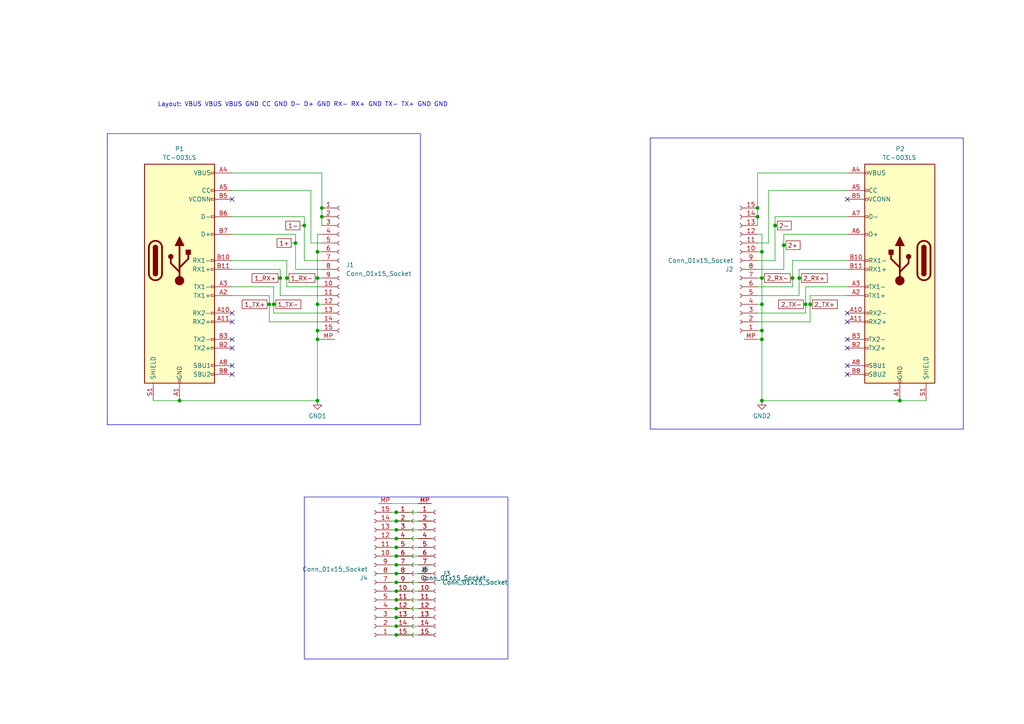
<source format=kicad_sch>
(kicad_sch (version 20230121) (generator eeschema)
  (paper "A4")
  (lib_symbols
    (symbol "Conn_01x15_Socket_1" (pin_names (offset 1.016) hide)
      (property "Reference" "J2" (at 1.905 0 0))
      (property "Value" "Conn_01x15_Socket" (at 1.905 -2.54 0))
      (symbol "Conn_01x15_Socket_1_1_1"
        (arc (start 0 -17.272) (mid -0.5058 -17.78) (end 0 -18.288) (stroke (width 0.1524)))
        (arc (start 0 -14.732) (mid -0.5058 -15.24) (end 0 -15.748) (stroke (width 0.1524)))
        (arc (start 0 -12.192) (mid -0.5058 -12.7) (end 0 -13.208) (stroke (width 0.1524)))
        (arc (start 0 -9.652) (mid -0.5058 -10.16) (end 0 -10.668) (stroke (width 0.1524)))
        (arc (start 0 -7.112) (mid -0.5058 -7.62) (end 0 -8.128) (stroke (width 0.1524)))
        (arc (start 0 -4.572) (mid -0.5058 -5.08) (end 0 -5.588) (stroke (width 0.1524)))
        (arc (start 0 -2.032) (mid -0.5058 -2.54) (end 0 -3.048) (stroke (width 0.1524)))
        (polyline (pts (xy -1.27 -17.78) (xy -0.508 -17.78)) (stroke (width 0.1524)))
        (polyline (pts (xy -1.27 -15.24) (xy -0.508 -15.24)) (stroke (width 0.1524)))
        (polyline (pts (xy -1.27 -12.7) (xy -0.508 -12.7)) (stroke (width 0.1524)))
        (polyline (pts (xy -1.27 -10.16) (xy -0.508 -10.16)) (stroke (width 0.1524)))
        (polyline (pts (xy -1.27 -7.62) (xy -0.508 -7.62)) (stroke (width 0.1524)))
        (polyline (pts (xy -1.27 -5.08) (xy -0.508 -5.08)) (stroke (width 0.1524)))
        (polyline (pts (xy -1.27 -2.54) (xy -0.508 -2.54)) (stroke (width 0.1524)))
        (polyline (pts (xy -1.27 0) (xy -0.508 0)) (stroke (width 0.1524)))
        (polyline (pts (xy -1.27 2.54) (xy -0.508 2.54)) (stroke (width 0.1524)))
        (polyline (pts (xy -1.27 5.08) (xy -0.508 5.08)) (stroke (width 0.1524)))
        (polyline (pts (xy -1.27 7.62) (xy -0.508 7.62)) (stroke (width 0.1524)))
        (polyline (pts (xy -1.27 10.16) (xy -0.508 10.16)) (stroke (width 0.1524)))
        (polyline (pts (xy -1.27 12.7) (xy -0.508 12.7)) (stroke (width 0.1524)))
        (polyline (pts (xy -1.27 15.24) (xy -0.508 15.24)) (stroke (width 0.1524)))
        (polyline (pts (xy -1.27 17.78) (xy -0.508 17.78)) (stroke (width 0.1524)))
        (arc (start 0 0.508) (mid -0.5058 0) (end 0 -0.508) (stroke (width 0.1524)))
        (arc (start 0 3.048) (mid -0.5058 2.54) (end 0 2.032) (stroke (width 0.1524)))
        (arc (start 0 5.588) (mid -0.5058 5.08) (end 0 4.572) (stroke (width 0.1524)))
        (arc (start 0 8.128) (mid -0.5058 7.62) (end 0 7.112) (stroke (width 0.1524)))
        (arc (start 0 10.668) (mid -0.5058 10.16) (end 0 9.652) (stroke (width 0.1524)))
        (arc (start 0 13.208) (mid -0.5058 12.7) (end 0 12.192) (stroke (width 0.1524)))
        (arc (start 0 15.748) (mid -0.5058 15.24) (end 0 14.732) (stroke (width 0.1524)))
        (arc (start 0 18.288) (mid -0.5058 17.78) (end 0 17.272) (stroke (width 0.1524)))
        (pin passive line (at -5.08 17.78 0) (length 3.81) (name "Pin_1") (number "1"))
        (pin passive line (at -5.08 -5.08 0) (length 3.81) (name "Pin_10") (number "10"))
        (pin passive line (at -5.08 -7.62 0) (length 3.81) (name "Pin_11") (number "11"))
        (pin passive line (at -5.08 -10.16 0) (length 3.81) (name "Pin_12") (number "12"))
        (pin passive line (at -5.08 -12.7 0) (length 3.81) (name "Pin_13") (number "13"))
        (pin passive line (at -5.08 -15.24 0) (length 3.81) (name "Pin_14") (number "14"))
        (pin passive line (at -5.08 -17.78 0) (length 3.81) (name "Pin_15") (number "15"))
        (pin passive line (at -5.08 15.24 0) (length 3.81) (name "Pin_2") (number "2"))
        (pin passive line (at -5.08 12.7 0) (length 3.81) (name "Pin_3") (number "3"))
        (pin passive line (at -5.08 10.16 0) (length 3.81) (name "Pin_4") (number "4"))
        (pin passive line (at -5.08 7.62 0) (length 3.81) (name "Pin_5") (number "5"))
        (pin passive line (at -5.08 5.08 0) (length 3.81) (name "Pin_6") (number "6"))
        (pin passive line (at -5.08 2.54 0) (length 3.81) (name "Pin_7") (number "7"))
        (pin passive line (at -5.08 0 0) (length 3.81) (name "Pin_8") (number "8"))
        (pin passive line (at -5.08 -2.54 0) (length 3.81) (name "Pin_9") (number "9"))
        (pin passive line (at -5.08 20.32 0) (length 3.81) (name "MP") (number "MP"))
      )
    )
    (symbol "Conn_01x15_Socket_2" (pin_names (offset 1.016) hide)
      (property "Reference" "J1" (at 1.905 1.27 0))
      (property "Value" "Conn_01x15_Socket" (at 1.905 -1.27 0))
      (symbol "Conn_01x15_Socket_2_1_1"
        (arc (start 0 -17.272) (mid -0.5058 -17.78) (end 0 -18.288) (stroke (width 0.1524)))
        (arc (start 0 -14.732) (mid -0.5058 -15.24) (end 0 -15.748) (stroke (width 0.1524)))
        (arc (start 0 -12.192) (mid -0.5058 -12.7) (end 0 -13.208) (stroke (width 0.1524)))
        (arc (start 0 -9.652) (mid -0.5058 -10.16) (end 0 -10.668) (stroke (width 0.1524)))
        (arc (start 0 -7.112) (mid -0.5058 -7.62) (end 0 -8.128) (stroke (width 0.1524)))
        (arc (start 0 -4.572) (mid -0.5058 -5.08) (end 0 -5.588) (stroke (width 0.1524)))
        (arc (start 0 -2.032) (mid -0.5058 -2.54) (end 0 -3.048) (stroke (width 0.1524)))
        (polyline (pts (xy -1.27 -17.78) (xy -0.508 -17.78)) (stroke (width 0.1524)))
        (polyline (pts (xy -1.27 -15.24) (xy -0.508 -15.24)) (stroke (width 0.1524)))
        (polyline (pts (xy -1.27 -12.7) (xy -0.508 -12.7)) (stroke (width 0.1524)))
        (polyline (pts (xy -1.27 -10.16) (xy -0.508 -10.16)) (stroke (width 0.1524)))
        (polyline (pts (xy -1.27 -7.62) (xy -0.508 -7.62)) (stroke (width 0.1524)))
        (polyline (pts (xy -1.27 -5.08) (xy -0.508 -5.08)) (stroke (width 0.1524)))
        (polyline (pts (xy -1.27 -2.54) (xy -0.508 -2.54)) (stroke (width 0.1524)))
        (polyline (pts (xy -1.27 0) (xy -0.508 0)) (stroke (width 0.1524)))
        (polyline (pts (xy -1.27 2.54) (xy -0.508 2.54)) (stroke (width 0.1524)))
        (polyline (pts (xy -1.27 5.08) (xy -0.508 5.08)) (stroke (width 0.1524)))
        (polyline (pts (xy -1.27 7.62) (xy -0.508 7.62)) (stroke (width 0.1524)))
        (polyline (pts (xy -1.27 10.16) (xy -0.508 10.16)) (stroke (width 0.1524)))
        (polyline (pts (xy -1.27 12.7) (xy -0.508 12.7)) (stroke (width 0.1524)))
        (polyline (pts (xy -1.27 15.24) (xy -0.508 15.24)) (stroke (width 0.1524)))
        (polyline (pts (xy -1.27 17.78) (xy -0.508 17.78)) (stroke (width 0.1524)))
        (arc (start 0 0.508) (mid -0.5058 0) (end 0 -0.508) (stroke (width 0.1524)))
        (arc (start 0 3.048) (mid -0.5058 2.54) (end 0 2.032) (stroke (width 0.1524)))
        (arc (start 0 5.588) (mid -0.5058 5.08) (end 0 4.572) (stroke (width 0.1524)))
        (arc (start 0 8.128) (mid -0.5058 7.62) (end 0 7.112) (stroke (width 0.1524)))
        (arc (start 0 10.668) (mid -0.5058 10.16) (end 0 9.652) (stroke (width 0.1524)))
        (arc (start 0 13.208) (mid -0.5058 12.7) (end 0 12.192) (stroke (width 0.1524)))
        (arc (start 0 15.748) (mid -0.5058 15.24) (end 0 14.732) (stroke (width 0.1524)))
        (arc (start 0 18.288) (mid -0.5058 17.78) (end 0 17.272) (stroke (width 0.1524)))
        (pin passive line (at -5.08 17.78 0) (length 3.81) (name "Pin_1") (number "1"))
        (pin passive line (at -5.08 -5.08 0) (length 3.81) (name "Pin_10") (number "10"))
        (pin passive line (at -5.08 -7.62 0) (length 3.81) (name "Pin_11") (number "11"))
        (pin passive line (at -5.08 -10.16 0) (length 3.81) (name "Pin_12") (number "12"))
        (pin passive line (at -5.08 -12.7 0) (length 3.81) (name "Pin_13") (number "13"))
        (pin passive line (at -5.08 -15.24 0) (length 3.81) (name "Pin_14") (number "14"))
        (pin passive line (at -5.08 -17.78 0) (length 3.81) (name "Pin_15") (number "15"))
        (pin passive line (at -5.08 15.24 0) (length 3.81) (name "Pin_2") (number "2"))
        (pin passive line (at -5.08 12.7 0) (length 3.81) (name "Pin_3") (number "3"))
        (pin passive line (at -5.08 10.16 0) (length 3.81) (name "Pin_4") (number "4"))
        (pin passive line (at -5.08 7.62 0) (length 3.81) (name "Pin_5") (number "5"))
        (pin passive line (at -5.08 5.08 0) (length 3.81) (name "Pin_6") (number "6"))
        (pin passive line (at -5.08 2.54 0) (length 3.81) (name "Pin_7") (number "7"))
        (pin passive line (at -5.08 0 0) (length 3.81) (name "Pin_8") (number "8"))
        (pin passive line (at -5.08 -2.54 0) (length 3.81) (name "Pin_9") (number "9"))
        (pin passive line (at -5.08 -20.32 0) (length 3.81) (name "MP") (number "MP"))
      )
    )
    (symbol "Connector:Conn_01x15_Socket" (pin_names (offset 1.016) hide)
      (property "Reference" "J" (at 0 20.32 0))
      (property "Value" "Conn_01x15_Socket" (at 0 -20.32 0))
      (symbol "Conn_01x15_Socket_1_1"
        (arc (start 0 -17.272) (mid -0.5058 -17.78) (end 0 -18.288) (stroke (width 0.1524)))
        (arc (start 0 -14.732) (mid -0.5058 -15.24) (end 0 -15.748) (stroke (width 0.1524)))
        (arc (start 0 -12.192) (mid -0.5058 -12.7) (end 0 -13.208) (stroke (width 0.1524)))
        (arc (start 0 -9.652) (mid -0.5058 -10.16) (end 0 -10.668) (stroke (width 0.1524)))
        (arc (start 0 -7.112) (mid -0.5058 -7.62) (end 0 -8.128) (stroke (width 0.1524)))
        (arc (start 0 -4.572) (mid -0.5058 -5.08) (end 0 -5.588) (stroke (width 0.1524)))
        (arc (start 0 -2.032) (mid -0.5058 -2.54) (end 0 -3.048) (stroke (width 0.1524)))
        (polyline (pts (xy -1.27 -17.78) (xy -0.508 -17.78)) (stroke (width 0.1524)))
        (polyline (pts (xy -1.27 -15.24) (xy -0.508 -15.24)) (stroke (width 0.1524)))
        (polyline (pts (xy -1.27 -12.7) (xy -0.508 -12.7)) (stroke (width 0.1524)))
        (polyline (pts (xy -1.27 -10.16) (xy -0.508 -10.16)) (stroke (width 0.1524)))
        (polyline (pts (xy -1.27 -7.62) (xy -0.508 -7.62)) (stroke (width 0.1524)))
        (polyline (pts (xy -1.27 -5.08) (xy -0.508 -5.08)) (stroke (width 0.1524)))
        (polyline (pts (xy -1.27 -2.54) (xy -0.508 -2.54)) (stroke (width 0.1524)))
        (polyline (pts (xy -1.27 0) (xy -0.508 0)) (stroke (width 0.1524)))
        (polyline (pts (xy -1.27 2.54) (xy -0.508 2.54)) (stroke (width 0.1524)))
        (polyline (pts (xy -1.27 5.08) (xy -0.508 5.08)) (stroke (width 0.1524)))
        (polyline (pts (xy -1.27 7.62) (xy -0.508 7.62)) (stroke (width 0.1524)))
        (polyline (pts (xy -1.27 10.16) (xy -0.508 10.16)) (stroke (width 0.1524)))
        (polyline (pts (xy -1.27 12.7) (xy -0.508 12.7)) (stroke (width 0.1524)))
        (polyline (pts (xy -1.27 15.24) (xy -0.508 15.24)) (stroke (width 0.1524)))
        (polyline (pts (xy -1.27 17.78) (xy -0.508 17.78)) (stroke (width 0.1524)))
        (arc (start 0 0.508) (mid -0.5058 0) (end 0 -0.508) (stroke (width 0.1524)))
        (arc (start 0 3.048) (mid -0.5058 2.54) (end 0 2.032) (stroke (width 0.1524)))
        (arc (start 0 5.588) (mid -0.5058 5.08) (end 0 4.572) (stroke (width 0.1524)))
        (arc (start 0 8.128) (mid -0.5058 7.62) (end 0 7.112) (stroke (width 0.1524)))
        (arc (start 0 10.668) (mid -0.5058 10.16) (end 0 9.652) (stroke (width 0.1524)))
        (arc (start 0 13.208) (mid -0.5058 12.7) (end 0 12.192) (stroke (width 0.1524)))
        (arc (start 0 15.748) (mid -0.5058 15.24) (end 0 14.732) (stroke (width 0.1524)))
        (arc (start 0 18.288) (mid -0.5058 17.78) (end 0 17.272) (stroke (width 0.1524)))
        (pin passive line (at -5.08 17.78 0) (length 3.81) (name "Pin_1") (number "1"))
        (pin passive line (at -5.08 -5.08 0) (length 3.81) (name "Pin_10") (number "10"))
        (pin passive line (at -5.08 -7.62 0) (length 3.81) (name "Pin_11") (number "11"))
        (pin passive line (at -5.08 -10.16 0) (length 3.81) (name "Pin_12") (number "12"))
        (pin passive line (at -5.08 -12.7 0) (length 3.81) (name "Pin_13") (number "13"))
        (pin passive line (at -5.08 -15.24 0) (length 3.81) (name "Pin_14") (number "14"))
        (pin passive line (at -5.08 -17.78 0) (length 3.81) (name "Pin_15") (number "15"))
        (pin passive line (at -5.08 15.24 0) (length 3.81) (name "Pin_2") (number "2"))
        (pin passive line (at -5.08 12.7 0) (length 3.81) (name "Pin_3") (number "3"))
        (pin passive line (at -5.08 10.16 0) (length 3.81) (name "Pin_4") (number "4"))
        (pin passive line (at -5.08 7.62 0) (length 3.81) (name "Pin_5") (number "5"))
        (pin passive line (at -5.08 5.08 0) (length 3.81) (name "Pin_6") (number "6"))
        (pin passive line (at -5.08 2.54 0) (length 3.81) (name "Pin_7") (number "7"))
        (pin passive line (at -5.08 0 0) (length 3.81) (name "Pin_8") (number "8"))
        (pin passive line (at -5.08 -2.54 0) (length 3.81) (name "Pin_9") (number "9"))
      )
    )
    (symbol "Connector:USB_C_Plug" (pin_names (offset 1.016))
      (property "Reference" "P" (at -10.16 29.21 0))
      (property "Value" "USB_C_Plug" (at 10.16 29.21 0))
      (symbol "USB_C_Plug_0_0"
        (rectangle (start -0.254 -35.56) (end 0.254 -34.544))
        (rectangle (start 10.16 -32.766) (end 9.144 -33.274))
        (rectangle (start 10.16 -30.226) (end 9.144 -30.734))
        (rectangle (start 10.16 -25.146) (end 9.144 -25.654))
        (rectangle (start 10.16 -22.606) (end 9.144 -23.114))
        (rectangle (start 10.16 -17.526) (end 9.144 -18.034))
        (rectangle (start 10.16 -14.986) (end 9.144 -15.494))
        (rectangle (start 10.16 -9.906) (end 9.144 -10.414))
        (rectangle (start 10.16 -7.366) (end 9.144 -7.874))
        (rectangle (start 10.16 -2.286) (end 9.144 -2.794))
        (rectangle (start 10.16 0.254) (end 9.144 -0.254))
        (rectangle (start 10.16 7.874) (end 9.144 7.366))
        (rectangle (start 10.16 12.954) (end 9.144 12.446))
        (rectangle (start 10.16 18.034) (end 9.144 17.526))
        (rectangle (start 10.16 20.574) (end 9.144 20.066))
        (rectangle (start 10.16 25.654) (end 9.144 25.146))
      )
      (symbol "USB_C_Plug_0_1"
        (rectangle (start -10.16 27.94) (end 10.16 -35.56) (stroke (width 0.254)) (fill (type background)))
        (arc (start -8.89 -3.81) (mid -6.985 -5.7067) (end -5.08 -3.81) (stroke (width 0.508)))
        (arc (start -7.62 -3.81) (mid -6.985 -4.4423) (end -6.35 -3.81) (stroke (width 0.254)))
        (arc (start -7.62 -3.81) (mid -6.985 -4.4423) (end -6.35 -3.81) (stroke (width 0.254)) (fill (type outline)))
        (rectangle (start -7.62 -3.81) (end -6.35 3.81) (stroke (width 0.254)) (fill (type outline)))
        (arc (start -6.35 3.81) (mid -6.985 4.4423) (end -7.62 3.81) (stroke (width 0.254)))
        (arc (start -6.35 3.81) (mid -6.985 4.4423) (end -7.62 3.81) (stroke (width 0.254)) (fill (type outline)))
        (arc (start -5.08 3.81) (mid -6.985 5.7067) (end -8.89 3.81) (stroke (width 0.508)))
        (polyline (pts (xy -8.89 -3.81) (xy -8.89 3.81)) (stroke (width 0.508)))
        (polyline (pts (xy -5.08 3.81) (xy -5.08 -3.81)) (stroke (width 0.508)))
      )
      (symbol "USB_C_Plug_1_1"
        (circle (center -2.54 1.143) (radius 0.635) (stroke (width 0.254)) (fill (type outline)))
        (circle (center 0 -5.842) (radius 1.27) (fill (type outline)))
        (polyline (pts (xy 0 -5.842) (xy 0 4.318)) (stroke (width 0.508)))
        (polyline (pts (xy 0 -3.302) (xy -2.54 -0.762) (xy -2.54 0.508)) (stroke (width 0.508)))
        (polyline (pts (xy 0 -2.032) (xy 2.54 0.508) (xy 2.54 1.778)) (stroke (width 0.508)))
        (polyline (pts (xy -1.27 4.318) (xy 0 6.858) (xy 1.27 4.318) (xy -1.27 4.318)) (stroke (width 0.254)) (fill (type outline)))
        (rectangle (start 1.905 1.778) (end 3.175 3.048) (stroke (width 0.254)) (fill (type outline)))
        (pin passive line (at 0 -40.64 90) (length 5.08) (name "GND") (number "A1"))
        (pin bidirectional line (at 15.24 -15.24 180) (length 5.08) (name "RX2-") (number "A10"))
        (pin bidirectional line (at 15.24 -17.78 180) (length 5.08) (name "RX2+") (number "A11"))
        (pin passive line (at 0 -40.64 90) (length 5.08) hide (name "GND") (number "A12"))
        (pin bidirectional line (at 15.24 -10.16 180) (length 5.08) (name "TX1+") (number "A2"))
        (pin bidirectional line (at 15.24 -7.62 180) (length 5.08) (name "TX1-") (number "A3"))
        (pin passive line (at 15.24 25.4 180) (length 5.08) (name "VBUS") (number "A4"))
        (pin bidirectional line (at 15.24 20.32 180) (length 5.08) (name "CC") (number "A5"))
        (pin bidirectional line (at 15.24 7.62 180) (length 5.08) (name "D+") (number "A6"))
        (pin bidirectional line (at 15.24 12.7 180) (length 5.08) (name "D-") (number "A7"))
        (pin bidirectional line (at 15.24 -30.48 180) (length 5.08) (name "SBU1") (number "A8"))
        (pin passive line (at 15.24 25.4 180) (length 5.08) hide (name "VBUS") (number "A9"))
        (pin passive line (at 0 -40.64 90) (length 5.08) hide (name "GND") (number "B1"))
        (pin bidirectional line (at 15.24 0 180) (length 5.08) (name "RX1-") (number "B10"))
        (pin bidirectional line (at 15.24 -2.54 180) (length 5.08) (name "RX1+") (number "B11"))
        (pin passive line (at 0 -40.64 90) (length 5.08) hide (name "GND") (number "B12"))
        (pin bidirectional line (at 15.24 -25.4 180) (length 5.08) (name "TX2+") (number "B2"))
        (pin bidirectional line (at 15.24 -22.86 180) (length 5.08) (name "TX2-") (number "B3"))
        (pin passive line (at 15.24 25.4 180) (length 5.08) hide (name "VBUS") (number "B4"))
        (pin bidirectional line (at 15.24 17.78 180) (length 5.08) (name "VCONN") (number "B5"))
        (pin bidirectional line (at 15.24 -33.02 180) (length 5.08) (name "SBU2") (number "B8"))
        (pin passive line (at 15.24 25.4 180) (length 5.08) hide (name "VBUS") (number "B9"))
        (pin passive line (at -7.62 -40.64 90) (length 5.08) (name "SHIELD") (number "S1"))
      )
    )
    (symbol "USB_C_Plug_1" (pin_names (offset 1.016))
      (property "Reference" "P1" (at 0 32.385 0))
      (property "Value" "TC-003LS" (at 0 29.845 0))
      (symbol "USB_C_Plug_1_0_0"
        (rectangle (start -0.254 -35.56) (end 0.254 -34.544))
        (rectangle (start 10.16 -32.766) (end 9.144 -33.274))
        (rectangle (start 10.16 -30.226) (end 9.144 -30.734))
        (rectangle (start 10.16 -25.146) (end 9.144 -25.654))
        (rectangle (start 10.16 -22.606) (end 9.144 -23.114))
        (rectangle (start 10.16 -17.526) (end 9.144 -18.034))
        (rectangle (start 10.16 -14.986) (end 9.144 -15.494))
        (rectangle (start 10.16 -9.906) (end 9.144 -10.414))
        (rectangle (start 10.16 -7.366) (end 9.144 -7.874))
        (rectangle (start 10.16 -2.286) (end 9.144 -2.794))
        (rectangle (start 10.16 0.254) (end 9.144 -0.254))
        (rectangle (start 10.16 7.874) (end 9.144 7.366))
        (rectangle (start 10.16 12.954) (end 9.144 12.446))
        (rectangle (start 10.16 18.034) (end 9.144 17.526))
        (rectangle (start 10.16 20.574) (end 9.144 20.066))
        (rectangle (start 10.16 25.654) (end 9.144 25.146))
      )
      (symbol "USB_C_Plug_1_0_1"
        (rectangle (start -10.16 27.94) (end 10.16 -35.56) (stroke (width 0.254)) (fill (type background)))
        (arc (start -8.89 -3.81) (mid -6.985 -5.7067) (end -5.08 -3.81) (stroke (width 0.508)))
        (arc (start -7.62 -3.81) (mid -6.985 -4.4423) (end -6.35 -3.81) (stroke (width 0.254)))
        (arc (start -7.62 -3.81) (mid -6.985 -4.4423) (end -6.35 -3.81) (stroke (width 0.254)) (fill (type outline)))
        (rectangle (start -7.62 -3.81) (end -6.35 3.81) (stroke (width 0.254)) (fill (type outline)))
        (arc (start -6.35 3.81) (mid -6.985 4.4423) (end -7.62 3.81) (stroke (width 0.254)))
        (arc (start -6.35 3.81) (mid -6.985 4.4423) (end -7.62 3.81) (stroke (width 0.254)) (fill (type outline)))
        (arc (start -5.08 3.81) (mid -6.985 5.7067) (end -8.89 3.81) (stroke (width 0.508)))
        (polyline (pts (xy -8.89 -3.81) (xy -8.89 3.81)) (stroke (width 0.508)))
        (polyline (pts (xy -5.08 3.81) (xy -5.08 -3.81)) (stroke (width 0.508)))
      )
      (symbol "USB_C_Plug_1_1_1"
        (circle (center -2.54 1.143) (radius 0.635) (stroke (width 0.254)) (fill (type outline)))
        (circle (center 0 -5.842) (radius 1.27) (fill (type outline)))
        (polyline (pts (xy 0 -5.842) (xy 0 4.318)) (stroke (width 0.508)))
        (polyline (pts (xy 0 -3.302) (xy -2.54 -0.762) (xy -2.54 0.508)) (stroke (width 0.508)))
        (polyline (pts (xy 0 -2.032) (xy 2.54 0.508) (xy 2.54 1.778)) (stroke (width 0.508)))
        (polyline (pts (xy -1.27 4.318) (xy 0 6.858) (xy 1.27 4.318) (xy -1.27 4.318)) (stroke (width 0.254)) (fill (type outline)))
        (rectangle (start 1.905 1.778) (end 3.175 3.048) (stroke (width 0.254)) (fill (type outline)))
        (pin passive line (at 0 -40.64 90) (length 5.08) (name "GND") (number "A1"))
        (pin bidirectional line (at 15.24 -15.24 180) (length 5.08) (name "RX2-") (number "A10"))
        (pin bidirectional line (at 15.24 -17.78 180) (length 5.08) (name "RX2+") (number "A11"))
        (pin passive line (at 0 -40.64 90) (length 5.08) hide (name "GND") (number "A12"))
        (pin bidirectional line (at 15.24 -10.16 180) (length 5.08) (name "TX1+") (number "A2"))
        (pin bidirectional line (at 15.24 -7.62 180) (length 5.08) (name "TX1-") (number "A3"))
        (pin passive line (at 15.24 25.4 180) (length 5.08) (name "VBUS") (number "A4"))
        (pin bidirectional line (at 15.24 20.32 180) (length 5.08) (name "CC") (number "A5"))
        (pin bidirectional line (at 15.24 -30.48 180) (length 5.08) (name "SBU1") (number "A8"))
        (pin passive line (at 15.24 25.4 180) (length 5.08) hide (name "VBUS") (number "A9"))
        (pin passive line (at 0 -40.64 90) (length 5.08) hide (name "GND") (number "B1"))
        (pin bidirectional line (at 15.24 0 180) (length 5.08) (name "RX1-") (number "B10"))
        (pin bidirectional line (at 15.24 -2.54 180) (length 5.08) (name "RX1+") (number "B11"))
        (pin passive line (at 0 -40.64 90) (length 5.08) hide (name "GND") (number "B12"))
        (pin bidirectional line (at 15.24 -25.4 180) (length 5.08) (name "TX2+") (number "B2"))
        (pin bidirectional line (at 15.24 -22.86 180) (length 5.08) (name "TX2-") (number "B3"))
        (pin passive line (at 15.24 25.4 180) (length 5.08) hide (name "VBUS") (number "B4"))
        (pin bidirectional line (at 15.24 17.78 180) (length 5.08) (name "VCONN") (number "B5"))
        (pin bidirectional line (at 15.24 12.7 180) (length 5.08) (name "D-") (number "B6"))
        (pin bidirectional line (at 15.24 7.62 180) (length 5.08) (name "D+") (number "B7"))
        (pin bidirectional line (at 15.24 -33.02 180) (length 5.08) (name "SBU2") (number "B8"))
        (pin passive line (at 15.24 25.4 180) (length 5.08) hide (name "VBUS") (number "B9"))
        (pin passive line (at -7.62 -40.64 90) (length 5.08) (name "SHIELD") (number "S1"))
      )
    )
    (symbol "power:GND1" (power) (pin_names (offset 0))
      (property "Value" "GND1" (at 0 -3.81 0))
      (symbol "GND1_0_1"
        (polyline (pts (xy 0 0) (xy 0 -1.27) (xy 1.27 -1.27) (xy 0 -2.54) (xy -1.27 -1.27) (xy 0 -1.27)))
      )
      (symbol "GND1_1_1"
        (pin power_in line (at 0 0 270) (length 0) hide (name "GND1") (number "1"))
      )
    )
    (symbol "power:GND2" (power) (pin_names (offset 0))
      (property "Value" "GND2" (at 0 -3.81 0))
      (symbol "GND2_0_1"
        (polyline (pts (xy 0 0) (xy 0 -1.27) (xy 1.27 -1.27) (xy 0 -2.54) (xy -1.27 -1.27) (xy 0 -1.27)))
      )
      (symbol "GND2_1_1"
        (pin power_in line (at 0 0 270) (length 0) hide (name "GND2") (number "1"))
      )
    )
  )
  (junction (at 220.98 80.645))
  (junction (at 114.935 173.99))
  (junction (at 114.935 151.13))
  (junction (at 220.98 88.265))
  (junction (at 92.075 95.885))
  (junction (at 92.075 88.265))
  (junction (at 52.07 116.205))
  (junction (at 83.185 80.645))
  (junction (at 81.28 80.645))
  (junction (at 85.725 70.485))
  (junction (at 229.87 80.645))
  (junction (at 219.71 60.325))
  (junction (at 220.98 98.425))
  (junction (at 114.935 148.59))
  (junction (at 114.935 158.75))
  (junction (at 114.935 163.83))
  (junction (at 220.98 73.025))
  (junction (at 260.985 116.205))
  (junction (at 92.075 98.425))
  (junction (at 114.935 161.29))
  (junction (at 220.98 95.885))
  (junction (at 231.775 80.645))
  (junction (at 93.345 62.865))
  (junction (at 79.375 88.265))
  (junction (at 92.075 73.025))
  (junction (at 114.935 171.45))
  (junction (at 233.68 88.265))
  (junction (at 224.79 65.405))
  (junction (at 114.935 176.53))
  (junction (at 219.71 62.865))
  (junction (at 227.33 71.12))
  (junction (at 92.075 116.205))
  (junction (at 114.935 156.21))
  (junction (at 88.265 65.405))
  (junction (at 114.935 153.67))
  (junction (at 114.935 166.37))
  (junction (at 93.345 60.325))
  (junction (at 78.105 88.265))
  (junction (at 114.935 184.15))
  (junction (at 114.935 181.61))
  (junction (at 234.95 88.265))
  (junction (at 114.935 168.91))
  (junction (at 92.075 80.645))
  (junction (at 114.935 179.07))
  (junction (at 220.98 116.205))
  (no_connect (at 245.745 100.965))
  (no_connect (at 245.745 90.805))
  (no_connect (at 245.745 93.345))
  (no_connect (at 245.745 106.045))
  (no_connect (at 67.31 108.585))
  (no_connect (at 67.31 98.425))
  (no_connect (at 67.31 100.965))
  (no_connect (at 245.745 98.425))
  (no_connect (at 245.745 57.785))
  (no_connect (at 245.745 108.585))
  (no_connect (at 67.31 57.785))
  (no_connect (at 67.31 93.345))
  (no_connect (at 67.31 106.045))
  (no_connect (at 67.31 90.805))
  (wire (pts (xy 114.935 151.13) (xy 121.285 151.13)))
  (wire (pts (xy 81.28 85.725) (xy 93.345 85.725)))
  (wire (pts (xy 113.665 151.13) (xy 114.935 151.13)))
  (wire (pts (xy 85.725 78.105) (xy 93.345 78.105)))
  (wire (pts (xy 219.71 98.425) (xy 220.98 98.425)))
  (wire (pts (xy 93.345 60.325) (xy 93.345 62.865)))
  (wire (pts (xy 234.95 88.265) (xy 234.95 93.345)))
  (wire (pts (xy 113.665 184.15) (xy 114.935 184.15)))
  (wire (pts (xy 220.98 67.945) (xy 220.98 73.025)))
  (wire (pts (xy 225.425 65.405) (xy 224.79 65.405)))
  (wire (pts (xy 220.98 95.885) (xy 219.71 95.885)))
  (wire (pts (xy 113.665 158.75) (xy 114.935 158.75)))
  (wire (pts (xy 113.665 166.37) (xy 114.935 166.37)))
  (wire (pts (xy 114.935 156.21) (xy 121.285 156.21)))
  (wire (pts (xy 222.885 55.245) (xy 222.885 70.485)))
  (wire (pts (xy 220.98 73.025) (xy 220.98 80.645)))
  (wire (pts (xy 83.82 80.645) (xy 83.185 80.645)))
  (wire (pts (xy 227.965 71.12) (xy 227.33 71.12)))
  (wire (pts (xy 245.745 55.245) (xy 222.885 55.245)))
  (wire (pts (xy 67.31 75.565) (xy 83.185 75.565)))
  (wire (pts (xy 113.665 179.07) (xy 114.935 179.07)))
  (wire (pts (xy 229.87 83.185) (xy 219.71 83.185)))
  (wire (pts (xy 113.665 161.29) (xy 114.935 161.29)))
  (wire (pts (xy 114.935 173.99) (xy 121.285 173.99)))
  (wire (pts (xy 113.665 181.61) (xy 114.935 181.61)))
  (wire (pts (xy 83.185 75.565) (xy 83.185 80.645)))
  (wire (pts (xy 78.105 93.345) (xy 93.345 93.345)))
  (wire (pts (xy 222.885 70.485) (xy 219.71 70.485)))
  (wire (pts (xy 219.71 62.865) (xy 219.71 65.405)))
  (wire (pts (xy 67.31 50.165) (xy 93.345 50.165)))
  (wire (pts (xy 113.665 171.45) (xy 114.935 171.45)))
  (wire (pts (xy 67.31 67.945) (xy 85.725 67.945)))
  (wire (pts (xy 224.79 62.865) (xy 224.79 65.405)))
  (wire (pts (xy 114.935 184.15) (xy 121.285 184.15)))
  (wire (pts (xy 245.745 75.565) (xy 229.87 75.565)))
  (wire (pts (xy 220.98 116.205) (xy 260.985 116.205)))
  (wire (pts (xy 90.17 70.485) (xy 93.345 70.485)))
  (wire (pts (xy 220.98 73.025) (xy 219.71 73.025)))
  (wire (pts (xy 92.075 95.885) (xy 92.075 98.425)))
  (wire (pts (xy 81.28 78.105) (xy 81.28 80.645)))
  (wire (pts (xy 67.31 85.725) (xy 78.105 85.725)))
  (wire (pts (xy 114.935 176.53) (xy 121.285 176.53)))
  (wire (pts (xy 114.935 158.75) (xy 121.285 158.75)))
  (wire (pts (xy 114.935 179.07) (xy 121.285 179.07)))
  (wire (pts (xy 81.28 80.645) (xy 81.28 85.725)))
  (wire (pts (xy 92.075 67.945) (xy 92.075 73.025)))
  (wire (pts (xy 245.745 62.865) (xy 224.79 62.865)))
  (wire (pts (xy 260.985 116.205) (xy 268.605 116.205)))
  (wire (pts (xy 114.935 163.83) (xy 121.285 163.83)))
  (wire (pts (xy 114.935 161.29) (xy 121.285 161.29)))
  (wire (pts (xy 245.745 67.945) (xy 227.33 67.945)))
  (wire (pts (xy 85.725 70.485) (xy 85.725 78.105)))
  (wire (pts (xy 92.075 116.205) (xy 52.07 116.205)))
  (wire (pts (xy 92.075 98.425) (xy 93.345 98.425)))
  (wire (pts (xy 220.98 80.645) (xy 220.98 88.265)))
  (wire (pts (xy 231.775 80.645) (xy 231.775 85.725)))
  (wire (pts (xy 93.345 50.165) (xy 93.345 60.325)))
  (wire (pts (xy 86.995 65.405) (xy 88.265 65.405)))
  (wire (pts (xy 220.98 98.425) (xy 220.98 116.205)))
  (wire (pts (xy 231.775 85.725) (xy 219.71 85.725)))
  (wire (pts (xy 93.345 62.865) (xy 93.345 65.405)))
  (wire (pts (xy 113.665 168.91) (xy 114.935 168.91)))
  (wire (pts (xy 92.075 80.645) (xy 92.075 88.265)))
  (wire (pts (xy 67.31 55.245) (xy 90.17 55.245)))
  (wire (pts (xy 227.33 67.945) (xy 227.33 71.12)))
  (wire (pts (xy 92.075 88.265) (xy 92.075 95.885)))
  (wire (pts (xy 233.68 90.805) (xy 219.71 90.805)))
  (wire (pts (xy 233.68 83.185) (xy 233.68 88.265)))
  (wire (pts (xy 219.71 67.945) (xy 220.98 67.945)))
  (wire (pts (xy 245.745 83.185) (xy 233.68 83.185)))
  (wire (pts (xy 88.265 62.865) (xy 88.265 65.405)))
  (wire (pts (xy 92.075 73.025) (xy 92.075 80.645)))
  (wire (pts (xy 114.935 168.91) (xy 121.285 168.91)))
  (wire (pts (xy 220.98 88.265) (xy 219.71 88.265)))
  (wire (pts (xy 219.71 50.165) (xy 219.71 60.325)))
  (wire (pts (xy 88.265 65.405) (xy 88.265 75.565)))
  (wire (pts (xy 234.95 85.725) (xy 234.95 88.265)))
  (wire (pts (xy 83.185 83.185) (xy 93.345 83.185)))
  (wire (pts (xy 67.31 62.865) (xy 88.265 62.865)))
  (wire (pts (xy 234.95 93.345) (xy 219.71 93.345)))
  (wire (pts (xy 113.665 153.67) (xy 114.935 153.67)))
  (wire (pts (xy 245.745 50.165) (xy 219.71 50.165)))
  (wire (pts (xy 85.725 67.945) (xy 85.725 70.485)))
  (wire (pts (xy 227.33 78.105) (xy 219.71 78.105)))
  (wire (pts (xy 79.375 88.265) (xy 79.375 90.805)))
  (wire (pts (xy 232.41 80.645) (xy 231.775 80.645)))
  (wire (pts (xy 245.745 78.105) (xy 231.775 78.105)))
  (wire (pts (xy 90.17 55.245) (xy 90.17 70.485)))
  (wire (pts (xy 113.665 163.83) (xy 114.935 163.83)))
  (wire (pts (xy 231.775 78.105) (xy 231.775 80.645)))
  (wire (pts (xy 233.045 88.265) (xy 233.68 88.265)))
  (wire (pts (xy 113.665 176.53) (xy 114.935 176.53)))
  (wire (pts (xy 92.075 88.265) (xy 93.345 88.265)))
  (wire (pts (xy 93.345 67.945) (xy 92.075 67.945)))
  (wire (pts (xy 220.98 88.265) (xy 220.98 95.885)))
  (wire (pts (xy 114.935 171.45) (xy 121.285 171.45)))
  (wire (pts (xy 79.375 90.805) (xy 93.345 90.805)))
  (wire (pts (xy 229.235 80.645) (xy 229.87 80.645)))
  (wire (pts (xy 44.45 116.205) (xy 52.07 116.205)))
  (wire (pts (xy 220.98 95.885) (xy 220.98 98.425)))
  (wire (pts (xy 227.33 71.12) (xy 227.33 78.105)))
  (wire (pts (xy 92.075 95.885) (xy 93.345 95.885)))
  (wire (pts (xy 79.375 83.185) (xy 79.375 88.265)))
  (wire (pts (xy 113.665 146.05) (xy 121.285 146.05)))
  (wire (pts (xy 219.71 60.325) (xy 219.71 62.865)))
  (wire (pts (xy 114.935 148.59) (xy 121.285 148.59)))
  (wire (pts (xy 224.79 65.405) (xy 224.79 75.565)))
  (wire (pts (xy 88.265 75.565) (xy 93.345 75.565)))
  (wire (pts (xy 113.665 156.21) (xy 114.935 156.21)))
  (wire (pts (xy 114.935 181.61) (xy 121.285 181.61)))
  (wire (pts (xy 78.105 85.725) (xy 78.105 88.265)))
  (wire (pts (xy 113.665 148.59) (xy 114.935 148.59)))
  (wire (pts (xy 114.935 166.37) (xy 121.285 166.37)))
  (wire (pts (xy 245.745 85.725) (xy 234.95 85.725)))
  (wire (pts (xy 92.075 98.425) (xy 92.075 116.205)))
  (wire (pts (xy 83.185 80.645) (xy 83.185 83.185)))
  (wire (pts (xy 77.47 88.265) (xy 78.105 88.265)))
  (wire (pts (xy 67.31 83.185) (xy 79.375 83.185)))
  (wire (pts (xy 114.935 153.67) (xy 121.285 153.67)))
  (wire (pts (xy 113.665 173.99) (xy 114.935 173.99)))
  (wire (pts (xy 224.79 75.565) (xy 219.71 75.565)))
  (wire (pts (xy 235.585 88.265) (xy 234.95 88.265)))
  (wire (pts (xy 229.87 80.645) (xy 229.87 83.185)))
  (wire (pts (xy 80.01 88.265) (xy 79.375 88.265)))
  (wire (pts (xy 220.98 80.645) (xy 219.71 80.645)))
  (wire (pts (xy 80.645 80.645) (xy 81.28 80.645)))
  (wire (pts (xy 92.075 73.025) (xy 93.345 73.025)))
  (wire (pts (xy 84.455 70.485) (xy 85.725 70.485)))
  (wire (pts (xy 229.87 75.565) (xy 229.87 80.645)))
  (wire (pts (xy 92.075 80.645) (xy 93.345 80.645)))
  (wire (pts (xy 78.105 88.265) (xy 78.105 93.345)))
  (wire (pts (xy 233.68 88.265) (xy 233.68 90.805)))
  (wire (pts (xy 67.31 78.105) (xy 81.28 78.105)))
  (rectangle (start 188.595 40.005) (end 279.4 124.46))
  (rectangle (start 31.115 38.735) (end 121.92 123.19))
  (rectangle (start 88.265 144.145) (end 147.32 191.135))
  (text "Layout: VBUS VBUS VBUS GND CC GND D- D+ GND RX- RX+ GND TX- TX+ GND GND" (at 45.72 31.115 0) (effects (font (size 1.27 1.27)) (justify left bottom)))
  (global_label "2_TX+" (shape passive) (at 235.585 88.265 0) (property "Intersheetrefs" "${INTERSHEET_REFS}" (effects hide)))
  (global_label "1_TX-" (shape passive) (at 80.01 88.265 0) (property "Intersheetrefs" "${INTERSHEET_REFS}" (effects hide)))
  (global_label "2_TX-" (shape passive) (at 233.045 88.265 180) (property "Intersheetrefs" "${INTERSHEET_REFS}" (effects hide)))
  (global_label "2_RX+" (shape passive) (at 232.41 80.645 0) (property "Intersheetrefs" "${INTERSHEET_REFS}" (effects hide)))
  (global_label "1_RX-" (shape passive) (at 83.82 80.645 0) (property "Intersheetrefs" "${INTERSHEET_REFS}" (effects hide)))
  (global_label "1_TX+" (shape passive) (at 77.47 88.265 180) (property "Intersheetrefs" "${INTERSHEET_REFS}" (effects hide)))
  (global_label "2_RX-" (shape passive) (at 229.235 80.645 180) (property "Intersheetrefs" "${INTERSHEET_REFS}" (effects hide)))
  (global_label "1_RX+" (shape passive) (at 80.645 80.645 180) (property "Intersheetrefs" "${INTERSHEET_REFS}" (effects hide)))
  (global_label "2+" (shape passive) (at 227.965 71.12 0) (property "Intersheetrefs" "${INTERSHEET_REFS}" (effects hide)))
  (global_label "2-" (shape passive) (at 225.425 65.405 0) (property "Intersheetrefs" "${INTERSHEET_REFS}" (effects hide)))
  (global_label "1+" (shape passive) (at 84.455 70.485 180) (property "Intersheetrefs" "${INTERSHEET_REFS}" (effects hide)))
  (global_label "1-" (shape passive) (at 86.995 65.405 180) (property "Intersheetrefs" "${INTERSHEET_REFS}" (effects hide)))
  (symbol (lib_id "power:GND1") (at 92.075 116.205 0) (unit 1)
    (property "Reference" "#PWR01" (effects hide))
    (property "Value" "GND1" (at 92.075 120.65 0))
  )
  (symbol (lib_name "Conn_01x15_Socket_2") (lib_id "Connector:Conn_01x15_Socket") (at 108.585 166.37 180) (unit 1)
    (property "Reference" "J4" (at 106.68 167.64 0) (effects (justify left)))
    (property "Value" "Conn_01x15_Socket" (at 106.68 165.1 0) (effects (justify left)))
    (property "Footprint" "Connector_FFC-FPC:Molex_200528-0150_1x15-1MP_P1.00mm_Horizontal" (effects hide))
  )
  (symbol (lib_name "USB_C_Plug_1") (lib_id "Connector:USB_C_Plug") (at 52.07 75.565 0) (unit 1)
    (property "Reference" "P1" (at 52.07 43.18 0))
    (property "Value" "TC-003LS" (at 52.07 45.72 0))
    (property "Footprint" "H3_Connectors:TC-003LS" (effects hide))
    (property "Datasheet" "https://www.usb.org/sites/default/files/documents/usb_type-c.zip" (effects hide))
  )
  (symbol (lib_id "power:GND2") (at 220.98 116.205 0) (unit 1)
    (property "Reference" "#PWR02" (effects hide))
    (property "Value" "GND2" (at 220.98 120.65 0))
  )
  (symbol (lib_name "Conn_01x15_Socket_1") (lib_id "Connector:Conn_01x15_Socket") (at 214.63 78.105 180) (unit 1)
    (property "Reference" "J2" (at 212.725 78.105 0) (effects (justify left)))
    (property "Value" "Conn_01x15_Socket" (at 212.725 75.565 0) (effects (justify left)))
    (property "Footprint" "Connector_FFC-FPC:Molex_200528-0150_1x15-1MP_P1.00mm_Horizontal" (effects hide))
  )
  (symbol (lib_id "Connector:USB_C_Plug") (at 260.985 75.565 0) (mirror y) (unit 1)
    (property "Reference" "P2" (at 259.715 43.18 0) (effects (justify right)))
    (property "Value" "TC-003LS" (at 255.905 45.72 0) (effects (justify right)))
    (property "Footprint" "H3_Connectors:TC-003LS" (effects hide))
    (property "Datasheet" "https://www.usb.org/sites/default/files/documents/usb_type-c.zip" (effects hide))
  )
  (symbol (lib_name "Conn_01x15_Socket_1") (lib_id "Connector:Conn_01x15_Socket") (at 126.365 166.37 0) (unit 1)
    (property "Reference" "J3" (at 128.27 166.37 0) (effects (justify left)))
    (property "Value" "Conn_01x15_Socket" (at 128.27 168.91 0) (effects (justify left)))
    (property "Footprint" "Connector_FFC-FPC:Molex_200528-0150_1x15-1MP_P1.00mm_Horizontal" (effects hide))
  )
  (symbol (lib_name "Conn_01x15_Socket_2") (lib_id "Connector:Conn_01x15_Socket") (at 98.425 78.105 0) (unit 1)
    (property "Reference" "J1" (at 100.33 76.835 0) (effects (justify left)))
    (property "Value" "Conn_01x15_Socket" (at 100.33 79.375 0) (effects (justify left)))
    (property "Footprint" "Connector_FFC-FPC:Molex_200528-0150_1x15-1MP_P1.00mm_Horizontal" (effects hide))
  )
  (symbol (lib_id "Connector:Conn_01x15_Socket") (at 120.015 166.37 0) (unit 1)
    (property "Reference" "J5" (at 121.92 165.1 0) (effects (justify left)))
    (property "Value" "Conn_01x15_Socket" (at 121.92 167.64 0) (effects (justify left)))
    (property "Footprint" "Connector_PinHeader_2.54mm:PinHeader_1x15_P2.54mm_Vertical" (effects hide))
  )
)
</source>
